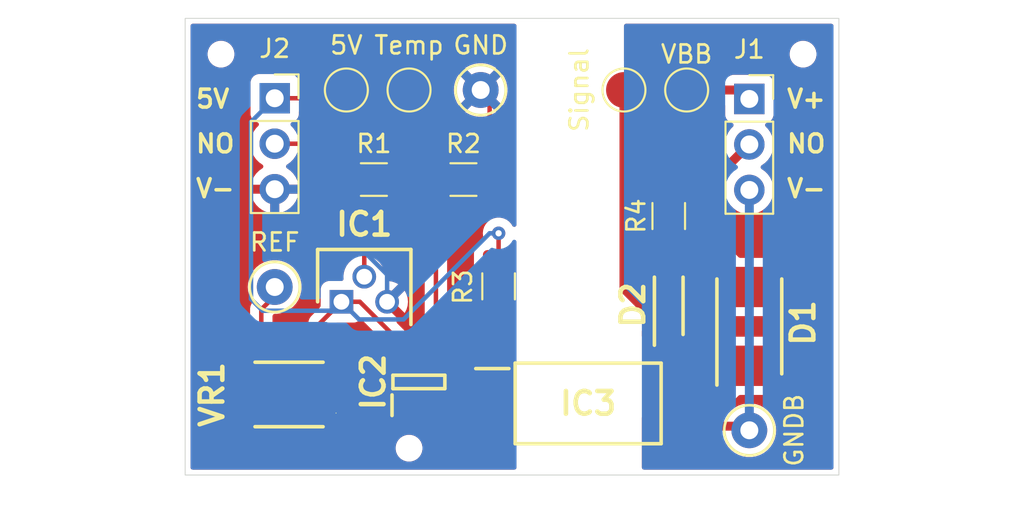
<source format=kicad_pcb>
(kicad_pcb (version 20240108) (generator "pcbnew") (generator_version "8.0")
  (layers (0 "F.Cu" signal) (31 "B.Cu" signal) (34 "B.Paste" user) (35 "F.Paste" user) (36 "B.SilkS" user "B.Silkscreen") (37 "F.SilkS" user "F.Silkscreen") (38 "B.Mask" user) (39 "F.Mask" user) (44 "Edge.Cuts" user))
  (net 0 "")
  (net 1 "Net-(D1-K)")
  (net 2 "Net-(D1-A)")
  (net 3 "+5V")
  (net 4 "GND")
  (net 5 "Net-(IC1-VO)")
  (net 6 "Net-(IC2-IN+)")
  (net 7 "Net-(IC2-OUT)")
  (net 9 "Net-(IC3-VCC)")
  (net 10 "Net-(LED1-A)")
  (net 11 "/V_Temp")
  (net 12 "GNDBB")
  (footprint "FH_Aachen:PassStift_d=1.0_D=6.0_einseitig" (layer "F.Cu") (at 189 90)
    (property "Reference" "REF**" (hide yes))
    (property "Value" "PassStift_d=1.0_D=6.0_einseitig")
    (pad "" np_thru_hole circle (at 0 0) (size 1 1) (drill 1) (layers "*.Cu" "*.Mask"))
  )
  (footprint "Connector_PinSocket_2.54mm:PinSocket_1x03_P2.54mm_Vertical" (layer "F.Cu") (at 159.5 92.46)
    (property "Reference" "J2" (at 0 -2.77 0) (layer "F.SilkS"))
    (property "Value" "Conn_01x03")
    (fp_line (start -1.33 1.27) (end -1.33 6.41) (stroke (width 0.12)) (layer "F.SilkS"))
    (fp_line (start -1.33 1.27) (end 1.33 1.27) (stroke (width 0.12)) (layer "F.SilkS"))
    (fp_line (start -1.33 6.41) (end 1.33 6.41) (stroke (width 0.12)) (layer "F.SilkS"))
    (fp_line (start 0 -1.33) (end 1.33 -1.33) (stroke (width 0.12)) (layer "F.SilkS"))
    (fp_line (start 1.33 -1.33) (end 1.33 0) (stroke (width 0.12)) (layer "F.SilkS"))
    (fp_line (start 1.33 1.27) (end 1.33 6.41) (stroke (width 0.12)) (layer "F.SilkS"))
    (pad "1" thru_hole rect (at 0 0) (size 1.7 1.7) (drill 1) (layers "*.Cu" "*.Mask") (net 3 "+5V"))
    (pad "2" thru_hole oval (at 0 2.54) (size 1.7 1.7) (drill 1) (layers "*.Cu" "*.Mask") (net 11 "/V_Temp"))
    (pad "3" thru_hole oval (at 0 5.08) (size 1.7 1.7) (drill 1) (layers "*.Cu" "*.Mask") (net 4 "GND"))
  )
  (footprint "SamacSys_Parts:TO128P419X483X533-3P" (layer "F.Cu") (at 163.225 103.825)
    (property "Reference" "IC1" (at 1.275 -4.325 0) (layer "F.SilkS") (effects (font (size 1.27 1.27) (thickness 0.254))))
    (property "Value" "AD22100KTZ" (hide yes))
    (fp_line (start -1.33 -2.92) (end -1.33 0) (stroke (width 0.2)) (layer "F.SilkS"))
    (fp_line (start 3.88 -2.92) (end -1.33 -2.92) (stroke (width 0.2)) (layer "F.SilkS"))
    (fp_line (start 3.88 1.27) (end 3.88 -2.92) (stroke (width 0.2)) (layer "F.SilkS"))
    (pad "1" thru_hole rect (at 0 0) (size 1.32 1.32) (drill 0.88) (layers "*.Cu" "*.Mask") (net 3 "+5V"))
    (pad "2" thru_hole circle (at 1.275 -1.4) (size 1.32 1.32) (drill 0.88) (layers "*.Cu" "*.Mask") (net 5 "Net-(IC1-VO)"))
    (pad "3" thru_hole circle (at 2.55 0) (size 1.32 1.32) (drill 0.88) (layers "*.Cu" "*.Mask") (net 4 "GND"))
  )
  (footprint "FH_Aachen:PassStift_d=1.0_D=6.0_einseitig" (layer "F.Cu") (at 156.5 90)
    (property "Reference" "REF**" (hide yes))
    (property "Value" "PassStift_d=1.0_D=6.0_einseitig")
    (pad "" np_thru_hole circle (at 0 0) (size 1 1) (drill 1) (layers "*.Cu" "*.Mask"))
  )
  (footprint "TestPoint:TestPoint_Keystone_5000-5004_Miniature" (layer "F.Cu") (at 186 111)
    (property "Reference" "GNDB" (at 2.5 0 90) (layer "F.SilkS"))
    (property "Value" "TestPoint_Probe")
    (fp_circle (center 0 0) (end 1.4 0) (stroke (width 0.15)) (fill none) (layer "F.SilkS"))
    (pad "1" thru_hole circle (at 0 0) (size 2 2) (drill 1) (layers "*.Cu" "*.Mask") (net 12 "GNDBB"))
  )
  (footprint "TestPoint:TestPoint_Pad_D2.0mm" (layer "F.Cu") (at 182.5 92)
    (property "Reference" "VBB" (at 0 -1.998 0) (layer "F.SilkS"))
    (property "Value" "TestPoint" (hide yes))
    (fp_circle (center 0 0) (end 0 1.2) (stroke (width 0.12)) (fill none) (layer "F.SilkS"))
    (pad "1" smd circle (at 0 0) (size 2 2) (layers "F.Cu" "F.Mask") (net 9 "Net-(IC3-VCC)"))
  )
  (footprint "SamacSys_Parts:LEDM3216X130N" (layer "F.Cu") (at 181.5 104.05 90)
    (property "Reference" "D2" (at 0.05 -2 90) (layer "F.SilkS") (effects (font (size 1.27 1.27) (thickness 0.254))))
    (property "Value" "Rot" (hide yes))
    (fp_line (start 1.6 -0.8) (end -2.2 -0.8) (stroke (width 0.2)) (layer "F.SilkS"))
    (fp_line (start -1.6 0.8) (end 1.6 0.8) (stroke (width 0.2)) (layer "F.SilkS"))
    (pad "1" smd rect (at -1.55 0 90) (size 1.3 1.45) (layers "F.Cu" "F.Paste" "F.Mask") (net 1 "Net-(D1-K)"))
    (pad "2" smd rect (at 1.55 0 90) (size 1.3 1.45) (layers "F.Cu" "F.Paste" "F.Mask") (net 10 "Net-(LED1-A)"))
  )
  (footprint "SamacSys_Parts:TC33X2503E" (layer "F.Cu") (at 160.3 109 90)
    (property "Reference" "VR1" (at 0 -4.3 90) (layer "F.SilkS") (effects (font (size 1.27 1.27) (thickness 0.254))))
    (property "Value" "TC33X-2-503E" (hide yes))
    (fp_line (start -1.8 -1.9) (end -1.8 1.9) (stroke (width 0.2)) (layer "F.SilkS"))
    (fp_line (start 1.8 1.9) (end 1.8 -1.9) (stroke (width 0.2)) (layer "F.SilkS"))
    (fp_line (start -1.03 2.625) (end -1.03 2.625) (stroke (width 0.022)) (layer "F.SilkS"))
    (fp_line (start -1.052 2.625) (end -1.052 2.625) (stroke (width 0.022)) (layer "F.SilkS"))
    (fp_arc (start -1.03 2.625) (mid -1.041 2.636) (end -1.052 2.625) (stroke (width 0.022)) (layer "F.SilkS"))
    (fp_arc (start -1.052 2.625) (mid -1.041 2.614) (end -1.03 2.625) (stroke (width 0.022)) (layer "F.SilkS"))
    (pad "1" smd rect (at -1 1.7 180) (size 1.2 1.2) (layers "F.Cu" "F.Paste" "F.Mask") (net 4 "GND"))
    (pad "2" smd rect (at 0 -1.55 180) (size 1.5 1.6) (layers "F.Cu" "F.Paste" "F.Mask") (net 6 "Net-(IC2-IN+)"))
    (pad "3" smd rect (at 1 1.7 180) (size 1.2 1.2) (layers "F.Cu" "F.Paste" "F.Mask") (net 3 "+5V"))
  )
  (footprint "SamacSys_Parts:SOIC127P1150X378-6N" (layer "F.Cu") (at 177 109.5)
    (property "Reference" "IC3" (at 0 0 0) (layer "F.SilkS") (effects (font (size 1.27 1.27) (thickness 0.254))))
    (property "Value" "VOFD341A-X008T" (hide yes))
    (fp_line (start -6.275 -1.945) (end -4.425 -1.945) (stroke (width 0.2)) (layer "F.SilkS"))
    (fp_line (start -4.075 -2.25) (end 4.075 -2.25) (stroke (width 0.2)) (layer "F.SilkS"))
    (fp_line (start -4.075 2.25) (end -4.075 -2.25) (stroke (width 0.2)) (layer "F.SilkS"))
    (fp_line (start 4.075 -2.25) (end 4.075 2.25) (stroke (width 0.2)) (layer "F.SilkS"))
    (fp_line (start 4.075 2.25) (end -4.075 2.25) (stroke (width 0.2)) (layer "F.SilkS"))
    (pad "1" smd rect (at -5.35 -1.27 90) (size 0.65 1.85) (layers "F.Cu" "F.Paste" "F.Mask") (net 7 "Net-(IC2-OUT)"))
    (pad "2" smd rect (at -5.35 0 90) (size 0.65 1.85) (layers "F.Cu" "F.Paste" "F.Mask"))
    (pad "3" smd rect (at -5.35 1.27 90) (size 0.65 1.85) (layers "F.Cu" "F.Paste" "F.Mask") (net 4 "GND"))
    (pad "4" smd rect (at 5.35 1.27 90) (size 0.65 1.85) (layers "F.Cu" "F.Paste" "F.Mask") (net 12 "GNDBB"))
    (pad "5" smd rect (at 5.35 0 90) (size 0.65 1.85) (layers "F.Cu" "F.Paste" "F.Mask") (net 1 "Net-(D1-K)"))
    (pad "6" smd rect (at 5.35 -1.27 90) (size 0.65 1.85) (layers "F.Cu" "F.Paste" "F.Mask") (net 9 "Net-(IC3-VCC)"))
  )
  (footprint "TestPoint:TestPoint_Keystone_5000-5004_Miniature" (layer "F.Cu") (at 171 92)
    (property "Reference" "GND" (at 0 -2.5 0) (layer "F.SilkS"))
    (property "Value" "TestPoint_Probe")
    (fp_circle (center 0 0) (end 1.4 0) (stroke (width 0.15)) (fill none) (layer "F.SilkS"))
    (pad "1" thru_hole circle (at 0 0) (size 2 2) (drill 1) (layers "*.Cu" "*.Mask") (net 4 "GND"))
  )
  (footprint "Resistor_SMD:R_1206_3216Metric" (layer "F.Cu") (at 181.5 99.0375 90)
    (property "Reference" "R4" (at 0 -1.82 90) (layer "F.SilkS"))
    (property "Value" "6,2k" (hide yes))
    (fp_line (start -0.727064 -0.91) (end 0.727064 -0.91) (stroke (width 0.12)) (layer "F.SilkS"))
    (fp_line (start -0.727064 0.91) (end 0.727064 0.91) (stroke (width 0.12)) (layer "F.SilkS"))
    (pad "1" smd roundrect (at -1.4625 0 90) (size 1.125 1.75) (layers "F.Cu" "F.Paste" "F.Mask") (roundrect_rratio 0.222222) (net 10 "Net-(LED1-A)"))
    (pad "2" smd roundrect (at 1.4625 0 90) (size 1.125 1.75) (layers "F.Cu" "F.Paste" "F.Mask") (roundrect_rratio 0.222222) (net 9 "Net-(IC3-VCC)"))
  )
  (footprint "FH_Aachen:PassStift_d=1.0_D=6.0_einseitig" (layer "F.Cu") (at 167 112)
    (property "Reference" "REF**" (hide yes))
    (property "Value" "PassStift_d=1.0_D=6.0_einseitig")
    (pad "" np_thru_hole circle (at 0 0) (size 1 1) (drill 1) (layers "*.Cu" "*.Mask"))
  )
  (footprint "Resistor_SMD:R_1206_3216Metric" (layer "F.Cu") (at 170.0375 97)
    (property "Reference" "R2" (at 0 -2 0) (layer "F.SilkS"))
    (property "Value" "12k")
    (fp_line (start -0.727064 -0.91) (end 0.727064 -0.91) (stroke (width 0.12)) (layer "F.SilkS"))
    (fp_line (start -0.727064 0.91) (end 0.727064 0.91) (stroke (width 0.12)) (layer "F.SilkS"))
    (pad "1" smd roundrect (at -1.4625 0) (size 1.125 1.75) (layers "F.Cu" "F.Paste" "F.Mask") (roundrect_rratio 0.222222) (net 11 "/V_Temp"))
    (pad "2" smd roundrect (at 1.4625 0) (size 1.125 1.75) (layers "F.Cu" "F.Paste" "F.Mask") (roundrect_rratio 0.222222) (net 4 "GND"))
  )
  (footprint "SamacSys_Parts:DIOM5336X250N" (layer "F.Cu") (at 186 105.2 90)
    (property "Reference" "D1" (at 0.2 3 90) (layer "F.SilkS") (effects (font (size 1.27 1.27) (thickness 0.254))))
    (property "Value" "D" (hide yes))
    (fp_line (start 2.648 -1.81) (end -3.275 -1.81) (stroke (width 0.2)) (layer "F.SilkS"))
    (fp_line (start -2.648 1.81) (end 2.648 1.81) (stroke (width 0.2)) (layer "F.SilkS"))
    (pad "1" smd rect (at -2.2 0 180) (size 2.15 2.25) (layers "F.Cu" "F.Paste" "F.Mask") (net 1 "Net-(D1-K)"))
    (pad "2" smd rect (at 2.2 0 180) (size 2.15 2.25) (layers "F.Cu" "F.Paste" "F.Mask") (net 2 "Net-(D1-A)"))
  )
  (footprint "SamacSys_Parts:SOT95P280X145-5N" (layer "F.Cu") (at 167.55 108.3 90)
    (property "Reference" "IC2" (at 0 -2.55 90) (layer "F.SilkS") (effects (font (size 1.27 1.27) (thickness 0.254))))
    (property "Value" "LMV331ILT" (hide yes))
    (fp_line (start -1.875 -1.5) (end -0.725 -1.5) (stroke (width 0.2)) (layer "F.SilkS"))
    (fp_line (start 0.375 -1.45) (end 0.375 1.45) (stroke (width 0.2)) (layer "F.SilkS"))
    (fp_line (start -0.375 -1.45) (end 0.375 -1.45) (stroke (width 0.2)) (layer "F.SilkS"))
    (fp_line (start 0.375 1.45) (end -0.375 1.45) (stroke (width 0.2)) (layer "F.SilkS"))
    (fp_line (start -0.375 1.45) (end -0.375 -1.45) (stroke (width 0.2)) (layer "F.SilkS"))
    (pad "1" smd rect (at -1.3 -0.95 180) (size 0.6 1.15) (layers "F.Cu" "F.Paste" "F.Mask") (net 6 "Net-(IC2-IN+)"))
    (pad "2" smd rect (at -1.3 0 180) (size 0.6 1.15) (layers "F.Cu" "F.Paste" "F.Mask") (net 4 "GND"))
    (pad "3" smd rect (at -1.3 0.95 180) (size 0.6 1.15) (layers "F.Cu" "F.Paste" "F.Mask") (net 11 "/V_Temp"))
    (pad "4" smd rect (at 1.3 0.95 180) (size 0.6 1.15) (layers "F.Cu" "F.Paste" "F.Mask") (net 7 "Net-(IC2-OUT)"))
    (pad "5" smd rect (at 1.3 -0.95 180) (size 0.6 1.15) (layers "F.Cu" "F.Paste" "F.Mask") (net 3 "+5V"))
  )
  (footprint "Connector_PinSocket_2.54mm:PinSocket_1x03_P2.54mm_Vertical" (layer "F.Cu") (at 186 92.5)
    (property "Reference" "J1" (at 0 -2.77 0) (layer "F.SilkS"))
    (property "Value" "Conn_01x03")
    (fp_line (start -1.33 1.27) (end -1.33 6.41) (stroke (width 0.12)) (layer "F.SilkS"))
    (fp_line (start -1.33 1.27) (end 1.33 1.27) (stroke (width 0.12)) (layer "F.SilkS"))
    (fp_line (start -1.33 6.41) (end 1.33 6.41) (stroke (width 0.12)) (layer "F.SilkS"))
    (fp_line (start 0 -1.33) (end 1.33 -1.33) (stroke (width 0.12)) (layer "F.SilkS"))
    (fp_line (start 1.33 -1.33) (end 1.33 0) (stroke (width 0.12)) (layer "F.SilkS"))
    (fp_line (start 1.33 1.27) (end 1.33 6.41) (stroke (width 0.12)) (layer "F.SilkS"))
    (pad "1" thru_hole rect (at 0 0) (size 1.7 1.7) (drill 1) (layers "*.Cu" "*.Mask") (net 9 "Net-(IC3-VCC)"))
    (pad "2" thru_hole oval (at 0 2.54) (size 1.7 1.7) (drill 1) (layers "*.Cu" "*.Mask") (net 2 "Net-(D1-A)"))
    (pad "3" thru_hole oval (at 0 5.08) (size 1.7 1.7) (drill 1) (layers "*.Cu" "*.Mask") (net 12 "GNDBB"))
  )
  (footprint "TestPoint:TestPoint_Pad_D2.0mm" (layer "F.Cu") (at 167 92)
    (property "Reference" "Temp" (at 0 -2.5 0) (layer "F.SilkS"))
    (property "Value" "TestPoint")
    (fp_circle (center 0 0) (end 0 1.2) (stroke (width 0.12)) (fill none) (layer "F.SilkS"))
    (pad "1" smd circle (at 0 0) (size 2 2) (layers "F.Cu" "F.Mask") (net 11 "/V_Temp"))
  )
  (footprint "Resistor_SMD:R_1206_3216Metric" (layer "F.Cu") (at 172 102.9625 90)
    (property "Reference" "R3" (at -0.0375 -2 90) (layer "F.SilkS"))
    (property "Value" "220")
    (fp_line (start -0.727064 -0.91) (end 0.727064 -0.91) (stroke (width 0.12)) (layer "F.SilkS"))
    (fp_line (start -0.727064 0.91) (end 0.727064 0.91) (stroke (width 0.12)) (layer "F.SilkS"))
    (pad "1" smd roundrect (at -1.4625 0 90) (size 1.125 1.75) (layers "F.Cu" "F.Paste" "F.Mask") (roundrect_rratio 0.222222) (net 7 "Net-(IC2-OUT)"))
    (pad "2" smd roundrect (at 1.4625 0 90) (size 1.125 1.75) (layers "F.Cu" "F.Paste" "F.Mask") (roundrect_rratio 0.222222) (net 3 "+5V"))
  )
  (footprint "TestPoint:TestPoint_Pad_D2.0mm" (layer "F.Cu") (at 179 92)
    (property "Reference" "Signal" (at -2.5 0 90) (layer "F.SilkS"))
    (property "Value" "TestPoint")
    (fp_circle (center 0 0) (end 0 1.2) (stroke (width 0.12)) (fill none) (layer "F.SilkS"))
    (pad "1" smd circle (at 0 0) (size 2 2) (layers "F.Cu" "F.Mask") (net 1 "Net-(D1-K)"))
  )
  (footprint "TestPoint:TestPoint_Pad_D2.0mm" (layer "F.Cu") (at 163.5 92)
    (property "Reference" "5V" (at 0 -2.5 0) (layer "F.SilkS"))
    (property "Value" "TestPoint")
    (fp_circle (center 0 0) (end 0 1.2) (stroke (width 0.12)) (fill none) (layer "F.SilkS"))
    (pad "1" smd circle (at 0 0) (size 2 2) (layers "F.Cu" "F.Mask") (net 3 "+5V"))
  )
  (footprint "Resistor_SMD:R_1206_3216Metric" (layer "F.Cu") (at 165.0375 97)
    (property "Reference" "R1" (at 0 -2 0) (layer "F.SilkS"))
    (property "Value" "6,2k")
    (fp_line (start -0.727064 -0.91) (end 0.727064 -0.91) (stroke (width 0.12)) (layer "F.SilkS"))
    (fp_line (start -0.727064 0.91) (end 0.727064 0.91) (stroke (width 0.12)) (layer "F.SilkS"))
    (pad "1" smd roundrect (at -1.4625 0) (size 1.125 1.75) (layers "F.Cu" "F.Paste" "F.Mask") (roundrect_rratio 0.222222) (net 5 "Net-(IC1-VO)"))
    (pad "2" smd roundrect (at 1.4625 0) (size 1.125 1.75) (layers "F.Cu" "F.Paste" "F.Mask") (roundrect_rratio 0.222222) (net 11 "/V_Temp"))
  )
  (footprint "TestPoint:TestPoint_Keystone_5000-5004_Miniature" (layer "F.Cu") (at 159.5 103)
    (property "Reference" "REF" (at 0 -2.5 0) (layer "F.SilkS"))
    (property "Value" "TestPoint_Probe")
    (fp_circle (center 0 0) (end 1.4 0) (stroke (width 0.15)) (fill none) (layer "F.SilkS"))
    (pad "1" thru_hole circle (at 0 0) (size 2 2) (drill 1) (layers "*.Cu" "*.Mask") (net 6 "Net-(IC2-IN+)"))
  )
  (gr_rect (start 154.5 88) (end 191 113.5) (stroke (width 0.05)) (fill none) (layer "Edge.Cuts"))
  (gr_text "NO" (at 155 95 0) (layer "F.SilkS") (effects (font (size 1 1) (thickness 0.2) (bold yes)) (justify left)))
  (gr_text "NO" (at 188 95 0) (layer "F.SilkS") (effects (font (size 1 1) (thickness 0.2) (bold yes)) (justify left)))
  (gr_text "V-" (at 155 97.5 0) (layer "F.SilkS") (effects (font (size 1 1) (thickness 0.2) (bold yes)) (justify left)))
  (gr_text "V-" (at 188 97.5 0) (layer "F.SilkS") (effects (font (size 1 1) (thickness 0.2) (bold yes)) (justify left)))
  (gr_text "5V" (at 155 92.5 0) (layer "F.SilkS") (effects (font (size 1 1) (thickness 0.2) (bold yes)) (justify left)))
  (gr_text "V+" (at 188 92.5 0) (layer "F.SilkS") (effects (font (size 1 1) (thickness 0.2) (bold yes)) (justify left)))
  (segment (start 179 103.1) (end 181.5 105.6) (width 0.5) (layer "F.Cu") (net 1))
  (segment (start 180.275 106.825) (end 180.275 109.295) (width 0.5) (layer "F.Cu") (net 1))
  (segment (start 182.35 109.5) (end 183.9 109.5) (width 0.5) (layer "F.Cu") (net 1))
  (segment (start 180.48 109.5) (end 182.35 109.5) (width 0.5) (layer "F.Cu") (net 1))
  (segment (start 180.275 109.295) (end 180.48 109.5) (width 0.5) (layer "F.Cu") (net 1))
  (segment (start 181.5 105.6) (end 180.275 106.825) (width 0.5) (layer "F.Cu") (net 1))
  (segment (start 179 92) (end 179 103.1) (width 0.5) (layer "F.Cu") (net 1))
  (segment (start 183.9 109.5) (end 186 107.4) (width 0.5) (layer "F.Cu") (net 1))
  (segment (start 184 101) (end 186 103) (width 0.5) (layer "F.Cu") (net 2))
  (segment (start 184 97.04) (end 184 101) (width 0.5) (layer "F.Cu") (net 2))
  (segment (start 186 95.04) (end 184 97.04) (width 0.5) (layer "F.Cu") (net 2))
  (segment (start 172 100) (end 172 101.5) (width 0.25) (layer "F.Cu") (net 3))
  (segment (start 166.6 106.175) (end 164.25 103.825) (width 0.25) (layer "F.Cu") (net 3))
  (segment (start 163.04 92.46) (end 163.5 92) (width 0.25) (layer "F.Cu") (net 3))
  (segment (start 166.6 107) (end 166.6 106.175) (width 0.25) (layer "F.Cu") (net 3))
  (segment (start 159.5 92.46) (end 163.04 92.46) (width 0.25) (layer "F.Cu") (net 3))
  (segment (start 164.25 103.825) (end 163.225 103.825) (width 0.25) (layer "F.Cu") (net 3))
  (segment (start 162 105.05) (end 163.225 103.825) (width 0.25) (layer "F.Cu") (net 3))
  (segment (start 162 108) (end 162 105.05) (width 0.25) (layer "F.Cu") (net 3))
  (via (at 172 100) (size 0.75) (drill 0.35) (layers "F.Cu" "B.Cu") (net 3))
  (segment (start 164.21 104.81) (end 163.225 103.825) (width 0.25) (layer "B.Cu") (net 3))
  (segment (start 162.725 104.325) (end 158.825 104.325) (width 0.25) (layer "B.Cu") (net 3))
  (segment (start 171.5 100) (end 166.69 104.81) (width 0.25) (layer "B.Cu") (net 3))
  (segment (start 172 100) (end 171.5 100) (width 0.25) (layer "B.Cu") (net 3))
  (segment (start 158.175 103.675) (end 158.175 93.785) (width 0.25) (layer "B.Cu") (net 3))
  (segment (start 166.69 104.81) (end 164.21 104.81) (width 0.25) (layer "B.Cu") (net 3))
  (segment (start 158.825 104.325) (end 158.175 103.675) (width 0.25) (layer "B.Cu") (net 3))
  (segment (start 158.175 93.785) (end 159.5 92.46) (width 0.25) (layer "B.Cu") (net 3))
  (segment (start 163.225 103.825) (end 162.725 104.325) (width 0.25) (layer "B.Cu") (net 3))
  (segment (start 171.5 92.5) (end 171 92) (width 0.25) (layer "F.Cu") (net 4))
  (segment (start 171.5 97) (end 171.5 92.5) (width 0.25) (layer "F.Cu") (net 4))
  (segment (start 167.895 110.77) (end 167.55 110.425) (width 0.25) (layer "F.Cu") (net 4))
  (segment (start 162 110) (end 162.5 110.5) (width 0.25) (layer "F.Cu") (net 4))
  (segment (start 167.475 110.5) (end 167.55 110.425) (width 0.25) (layer "F.Cu") (net 4))
  (segment (start 167.55 110.425) (end 167.55 109.6) (width 0.25) (layer "F.Cu") (net 4))
  (segment (start 171.65 110.77) (end 167.895 110.77) (width 0.25) (layer "F.Cu") (net 4))
  (segment (start 167.225 109.275) (end 167.55 109.6) (width 0.25) (layer "F.Cu") (net 4))
  (segment (start 165.775 103.825) (end 167.225 105.275) (width 0.25) (layer "F.Cu") (net 4))
  (segment (start 167.225 105.275) (end 167.225 109.275) (width 0.25) (layer "F.Cu") (net 4))
  (segment (start 162.5 110.5) (end 167.475 110.5) (width 0.25) (layer "F.Cu") (net 4))
  (segment (start 165.46 97.54) (end 171 92) (width 0.25) (layer "B.Cu") (net 4))
  (segment (start 159.5 97.54) (end 165.46 97.54) (width 0.25) (layer "B.Cu") (net 4))
  (segment (start 161.008001 97.54) (end 165.775 102.306999) (width 0.25) (layer "B.Cu") (net 4))
  (segment (start 165.775 102.306999) (end 165.775 103.825) (width 0.25) (layer "B.Cu") (net 4))
  (segment (start 159.5 97.54) (end 161.008001 97.54) (width 0.25) (layer "B.Cu") (net 4))
  (segment (start 164.5 102.425) (end 164.5 97.925) (width 0.25) (layer "F.Cu") (net 5))
  (segment (start 164.5 97.925) (end 163.575 97) (width 0.25) (layer "F.Cu") (net 5))
  (segment (start 166.6 109.6) (end 166 109) (width 0.25) (layer "F.Cu") (net 6))
  (segment (start 158.75 104.25) (end 158.75 109) (width 0.25) (layer "F.Cu") (net 6))
  (segment (start 159.5 103) (end 159.5 103.5) (width 0.25) (layer "F.Cu") (net 6))
  (segment (start 166 109) (end 158.75 109) (width 0.25) (layer "F.Cu") (net 6))
  (segment (start 159.5 103.5) (end 158.75 104.25) (width 0.25) (layer "F.Cu") (net 6))
  (segment (start 169 107) (end 170.23 108.23) (width 0.25) (layer "F.Cu") (net 7))
  (segment (start 168.5 107) (end 169 107) (width 0.25) (layer "F.Cu") (net 7))
  (segment (start 172 104.425) (end 171.5 104.925) (width 0.25) (layer "F.Cu") (net 7))
  (segment (start 171.5 104.925) (end 171.5 108.08) (width 0.25) (layer "F.Cu") (net 7))
  (segment (start 171.5 108.08) (end 171.65 108.23) (width 0.25) (layer "F.Cu") (net 7))
  (segment (start 170.23 108.23) (end 171.65 108.23) (width 0.25) (layer "F.Cu") (net 7))
  (segment (start 182.5 96.575) (end 181.5 97.575) (width 0.5) (layer "F.Cu") (net 9))
  (segment (start 182.675 107.905) (end 182.675 103.775) (width 0.5) (layer "F.Cu") (net 9))
  (segment (start 182.825 98.9) (end 181.5 97.575) (width 0.5) (layer "F.Cu") (net 9))
  (segment (start 182.675 103.775) (end 182.825 103.625) (width 0.5) (layer "F.Cu") (net 9))
  (segment (start 182.5 92) (end 182.5 96.575) (width 0.5) (layer "F.Cu") (net 9))
  (segment (start 186 92.5) (end 185.5 92) (width 0.5) (layer "F.Cu") (net 9))
  (segment (start 182.825 103.625) (end 182.825 98.9) (width 0.5) (layer "F.Cu") (net 9))
  (segment (start 182.35 108.23) (end 182.675 107.905) (width 0.5) (layer "F.Cu") (net 9))
  (segment (start 185.5 92) (end 182.5 92) (width 0.5) (layer "F.Cu") (net 9))
  (segment (start 181.5 100.5) (end 181.5 102.5) (width 0.5) (layer "F.Cu") (net 10))
  (segment (start 168.5 97.075) (end 168.5 105.3125) (width 0.25) (layer "F.Cu") (net 11))
  (segment (start 167.875 108.375) (end 168.5 109) (width 0.25) (layer "F.Cu") (net 11))
  (segment (start 166.5 97) (end 168.575 97) (width 0.25) (layer "F.Cu") (net 11))
  (segment (start 166.5 92.5) (end 167 92) (width 0.25) (layer "F.Cu") (net 11))
  (segment (start 166.5 97) (end 166.5 92.5) (width 0.25) (layer "F.Cu") (net 11))
  (segment (start 168.5 105.3125) (end 167.875 105.9375) (width 0.25) (layer "F.Cu") (net 11))
  (segment (start 167.875 105.9375) (end 167.875 108.375) (width 0.25) (layer "F.Cu") (net 11))
  (segment (start 168.575 97) (end 168.5 97.075) (width 0.25) (layer "F.Cu") (net 11))
  (segment (start 164.5 95) (end 159.5 95) (width 0.25) (layer "F.Cu") (net 11))
  (segment (start 168.5 109) (end 168.5 109.6) (width 0.25) (layer "F.Cu") (net 11))
  (segment (start 166.5 97) (end 164.5 95) (width 0.25) (layer "F.Cu") (net 11))
  (segment (start 185.77 110.77) (end 186 111) (width 0.5) (layer "F.Cu") (net 12))
  (segment (start 182.35 110.77) (end 185.77 110.77) (width 0.5) (layer "F.Cu") (net 12))
  (segment (start 186 97.58) (end 186 111) (width 0.5) (layer "B.Cu") (net 12))
  (zone (net 4) (net_name "GND") (layers "F&B.Cu") (connect_pads (clearance 0.5)) (min_thickness 0.25) (fill yes (thermal_gap 0.5) (thermal_bridge_width 0.5))
    (polygon (pts (xy 173 88) (xy 154.5 88) (xy 154.5 113.5) (xy 173 113.5)))
  )
  (zone (net 0) (net_name "") (layers "F&B.Cu") (priority 1) (connect_pads (clearance 0.5)) (min_thickness 0.25) (fill yes (thermal_gap 0.5) (thermal_bridge_width 0.5) (island_removal_mode 1) (island_area_min 10))
    (polygon (pts (xy 191 88) (xy 179 88) (xy 179 103) (xy 180 104) (xy 180 113.5) (xy 191 113.5)))
  )
)
</source>
